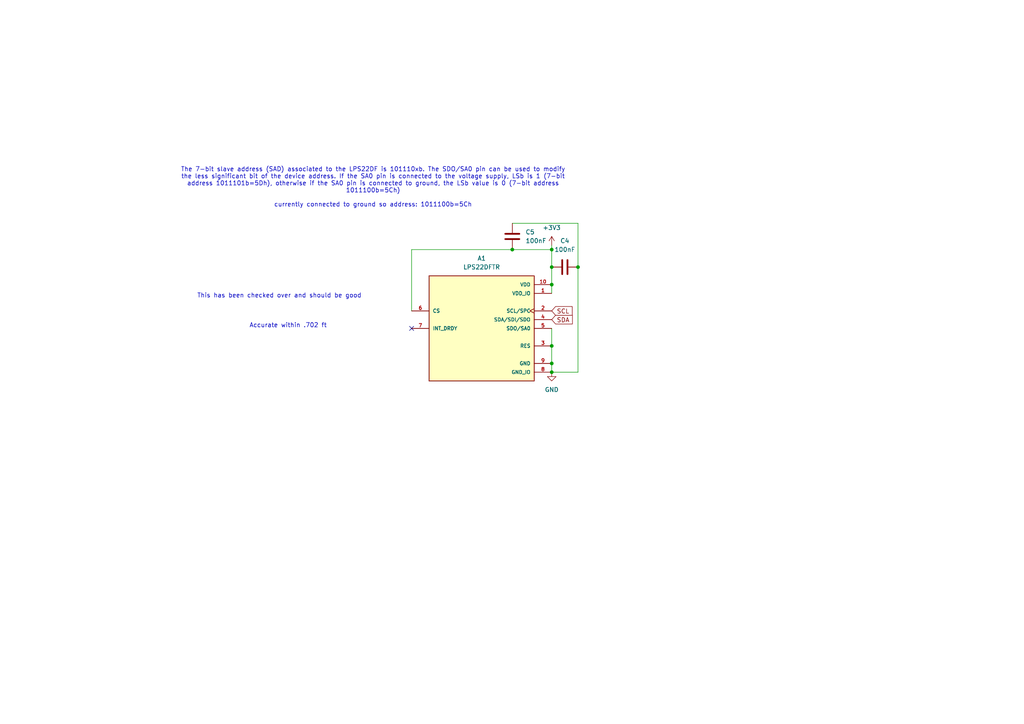
<source format=kicad_sch>
(kicad_sch (version 20250114) (generator "eeschema") (generator_version "9.0")
  (paper "A4")
  (lib_symbols
    (symbol "Device:C" (pin_numbers (hide yes)) (pin_names (offset 0.254))
      (property "Reference" "C" (at 0.635 2.54 0))
      (property "Value" "C" (at 0.635 -2.54 0))
      (symbol "C_0_1"
        (polyline (pts (xy -2.032 0.762) (xy 2.032 0.762)) (stroke (width 0.508)))
        (polyline (pts (xy -2.032 -0.762) (xy 2.032 -0.762)) (stroke (width 0.508)))
      )
      (symbol "C_1_1"
        (pin passive line (at 0 3.81 270) (length 2.794) (name "~") (number "1"))
        (pin passive line (at 0 -3.81 90) (length 2.794) (name "~") (number "2"))
      )
    )
    (symbol "SRAD:LPS22DFTR" (pin_names (offset 1.016))
      (property "Reference" "A" (at -15.24 15.875 0))
      (property "Value" "LPS22DFTR" (at -15.24 -17.78 0))
      (symbol "LPS22DFTR_0_0"
        (rectangle (start -15.24 15.24) (end 15.24 -15.24) (stroke (width 0.254)) (fill (type background)))
        (pin input line (at -20.32 5.08 0) (length 5.08) (name "CS") (number "6"))
        (pin passive line (at -20.32 0 0) (length 5.08) (name "INT_DRDY") (number "7"))
        (pin power_in line (at 20.32 12.7 180) (length 5.08) (name "VDD") (number "10"))
        (pin power_in line (at 20.32 10.16 180) (length 5.08) (name "VDD_IO") (number "1"))
        (pin passive clock (at 20.32 5.08 180) (length 5.08) (name "SCL/SPC") (number "2"))
        (pin bidirectional line (at 20.32 2.54 180) (length 5.08) (name "SDA/SDI/SDO") (number "4"))
        (pin bidirectional line (at 20.32 0 180) (length 5.08) (name "SDO/SA0") (number "5"))
        (pin passive line (at 20.32 -5.08 180) (length 5.08) (name "RES") (number "3"))
        (pin power_in line (at 20.32 -10.16 180) (length 5.08) (name "GND") (number "9"))
        (pin power_in line (at 20.32 -12.7 180) (length 5.08) (name "GND_IO") (number "8"))
      )
    )
    (symbol "power:+3V3" (power) (pin_numbers (hide yes)) (pin_names (offset 0) (hide yes))
      (property "Value" "+3V3" (at 0 3.556 0))
      (symbol "+3V3_0_1"
        (polyline (pts (xy -0.762 1.27) (xy 0 2.54)))
        (polyline (pts (xy 0 2.54) (xy 0.762 1.27)))
        (polyline (pts (xy 0 0) (xy 0 2.54)))
      )
      (symbol "+3V3_1_1"
        (pin power_in line (at 0 0 90) (length 0) (name "~") (number "1"))
      )
    )
    (symbol "power:GND" (power) (pin_numbers (hide yes)) (pin_names (offset 0) (hide yes))
      (property "Value" "GND" (at 0 -3.81 0))
      (symbol "GND_0_1"
        (polyline (pts (xy 0 0) (xy 0 -1.27) (xy 1.27 -1.27) (xy 0 -2.54) (xy -1.27 -1.27) (xy 0 -1.27)))
      )
      (symbol "GND_1_1"
        (pin power_in line (at 0 0 270) (length 0) (name "~") (number "1"))
      )
    )
  )
  (text "The 7-bit slave address (SAD) associated to the LPS22DF is 101110xb. The SDO/SA0 pin can be used to modify\nthe less significant bit of the device address. If the SA0 pin is connected to the voltage supply, LSb is 1 (7-bit\naddress 1011101b=5Dh), otherwise if the SA0 pin is connected to ground, the LSb value is 0 (7-bit address\n1011100b=5Ch)\n\ncurrently connected to ground so address: 1011100b=5Ch" (at 108.204 54.356 0) (effects (font (size 1.27 1.27))))
  (text "This has been checked over and should be good" (at 81.026 85.852 0) (effects (font (size 1.27 1.27))))
  (text "Accurate within .702 ft" (at 83.566 94.488 0) (effects (font (size 1.27 1.27))))
  (junction (at 160.02 107.95))
  (junction (at 160.02 105.41))
  (junction (at 160.02 77.47))
  (junction (at 148.59 72.39))
  (junction (at 160.02 72.39))
  (junction (at 167.64 77.47))
  (junction (at 160.02 100.33))
  (junction (at 160.02 82.55))
  (no_connect (at 119.38 95.25))
  (wire (pts (xy 167.64 107.95) (xy 160.02 107.95)))
  (wire (pts (xy 167.64 77.47) (xy 167.64 107.95)))
  (wire (pts (xy 160.02 77.47) (xy 160.02 82.55)))
  (wire (pts (xy 160.02 105.41) (xy 160.02 107.95)))
  (wire (pts (xy 160.02 72.39) (xy 160.02 77.47)))
  (wire (pts (xy 160.02 71.12) (xy 160.02 72.39)))
  (wire (pts (xy 167.64 64.77) (xy 167.64 77.47)))
  (wire (pts (xy 160.02 82.55) (xy 160.02 85.09)))
  (wire (pts (xy 160.02 95.25) (xy 160.02 100.33)))
  (wire (pts (xy 148.59 64.77) (xy 167.64 64.77)))
  (wire (pts (xy 119.38 72.39) (xy 148.59 72.39)))
  (wire (pts (xy 148.59 72.39) (xy 160.02 72.39)))
  (wire (pts (xy 160.02 100.33) (xy 160.02 105.41)))
  (wire (pts (xy 119.38 90.17) (xy 119.38 72.39)))
  (global_label "SCL" (shape input) (at 160.02 90.17 0) (property "Intersheetrefs" "${INTERSHEET_REFS}" (effects (hide yes))))
  (global_label "SDA" (shape input) (at 160.02 92.71 0) (property "Intersheetrefs" "${INTERSHEET_REFS}" (effects (hide yes))))
  (symbol (lib_id "SRAD:LPS22DFTR") (at 139.7 95.25 0) (unit 1)
    (property "Reference" "A1" (at 139.7 74.93 0))
    (property "Value" "LPS22DFTR" (at 139.7 77.47 0))
    (property "Footprint" "LPS22DFTR:XDCR_LPS22DFTR" (effects (hide yes)))
    (property "MAXIMUM_PACKAGE_HEIGHT" "0.8mm" (effects (hide yes)))
    (property "CREATOR" "NEZY" (effects (hide yes)))
    (property "STANDARD" "Manufacturer recommendations" (effects (hide yes)))
    (property "PARTREV" "3" (effects (hide yes)))
    (property "MANUFACTURER" "STMicroelectronics" (effects (hide yes)))
  )
  (symbol (lib_id "power:GND") (at 160.02 107.95 0) (unit 1)
    (property "Reference" "#PWR03" (effects (hide yes)))
    (property "Value" "GND" (at 160.02 113.03 0))
    (property "Description" "Power symbol creates a global label with name \"GND\" , ground" (effects (hide yes)))
  )
  (symbol (lib_id "power:+3V3") (at 160.02 71.12 0) (unit 1)
    (property "Reference" "#PWR04" (effects (hide yes)))
    (property "Value" "+3V3" (at 160.02 66.04 0))
    (property "Description" "Power symbol creates a global label with name \"+3V3\"" (effects (hide yes)))
  )
  (symbol (lib_id "Device:C") (at 148.59 68.58 180) (unit 1)
    (property "Reference" "C5" (at 152.4 67.3099 0) (effects (justify right)))
    (property "Value" "100nF" (at 152.4 69.8499 0) (effects (justify right)))
    (property "Description" "Unpolarized capacitor" (effects (hide yes)))
  )
  (symbol (lib_id "Device:C") (at 163.83 77.47 270) (unit 1)
    (property "Reference" "C4" (at 163.83 69.85 90))
    (property "Value" "100nF" (at 163.83 72.39 90))
    (property "Description" "Unpolarized capacitor" (effects (hide yes)))
  )
)
</source>
